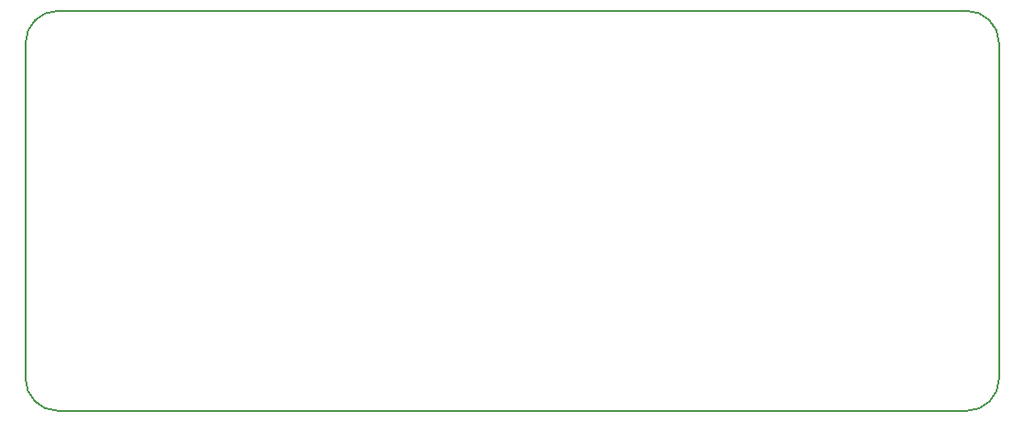
<source format=gm1>
%TF.GenerationSoftware,KiCad,Pcbnew,8.0.5*%
%TF.CreationDate,2024-10-25T21:21:59+08:00*%
%TF.ProjectId,USB_HUB_SL2_1A,5553425f-4855-4425-9f53-4c325f31412e,rev?*%
%TF.SameCoordinates,Original*%
%TF.FileFunction,Profile,NP*%
%FSLAX46Y46*%
G04 Gerber Fmt 4.6, Leading zero omitted, Abs format (unit mm)*
G04 Created by KiCad (PCBNEW 8.0.5) date 2024-10-25 21:21:59*
%MOMM*%
%LPD*%
G01*
G04 APERTURE LIST*
%TA.AperFunction,Profile*%
%ADD10C,0.200000*%
%TD*%
G04 APERTURE END LIST*
D10*
X103000000Y-100000000D02*
X187000000Y-100000000D01*
X103000000Y-137000000D02*
G75*
G02*
X100000000Y-134000000I0J3000000D01*
G01*
X100000000Y-134000000D02*
X100000000Y-103000000D01*
X100000000Y-103000000D02*
G75*
G02*
X103000000Y-100000000I3000000J0D01*
G01*
X190000000Y-134000000D02*
G75*
G02*
X187000000Y-137000000I-3000000J0D01*
G01*
X190000000Y-103000000D02*
X190000000Y-134000000D01*
X187000000Y-137000000D02*
X103000000Y-137000000D01*
X187000000Y-100000000D02*
G75*
G02*
X190000000Y-103000000I0J-3000000D01*
G01*
M02*

</source>
